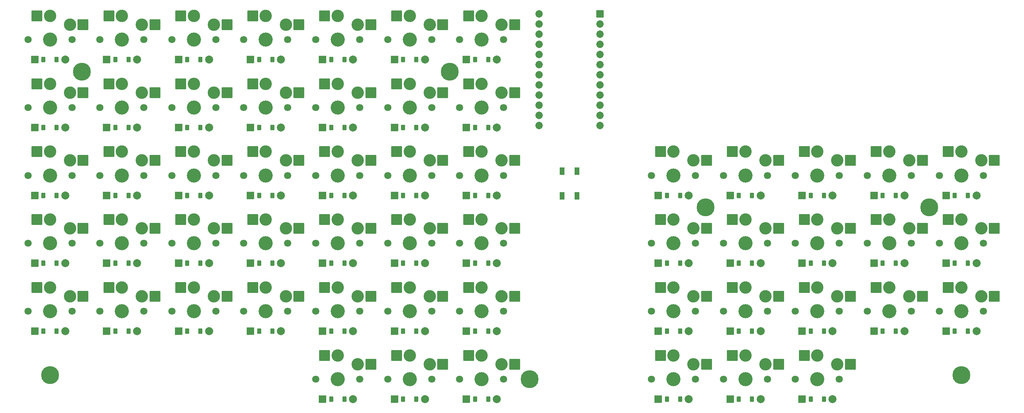
<source format=gbr>
%TF.GenerationSoftware,KiCad,Pcbnew,8.0.2*%
%TF.CreationDate,2024-06-03T01:18:47-04:00*%
%TF.ProjectId,unisplitchoc,756e6973-706c-4697-9463-686f632e6b69,v1.0.0*%
%TF.SameCoordinates,Original*%
%TF.FileFunction,Soldermask,Bot*%
%TF.FilePolarity,Negative*%
%FSLAX46Y46*%
G04 Gerber Fmt 4.6, Leading zero omitted, Abs format (unit mm)*
G04 Created by KiCad (PCBNEW 8.0.2) date 2024-06-03 01:18:47*
%MOMM*%
%LPD*%
G01*
G04 APERTURE LIST*
G04 Aperture macros list*
%AMRoundRect*
0 Rectangle with rounded corners*
0 $1 Rounding radius*
0 $2 $3 $4 $5 $6 $7 $8 $9 X,Y pos of 4 corners*
0 Add a 4 corners polygon primitive as box body*
4,1,4,$2,$3,$4,$5,$6,$7,$8,$9,$2,$3,0*
0 Add four circle primitives for the rounded corners*
1,1,$1+$1,$2,$3*
1,1,$1+$1,$4,$5*
1,1,$1+$1,$6,$7*
1,1,$1+$1,$8,$9*
0 Add four rect primitives between the rounded corners*
20,1,$1+$1,$2,$3,$4,$5,0*
20,1,$1+$1,$4,$5,$6,$7,0*
20,1,$1+$1,$6,$7,$8,$9,0*
20,1,$1+$1,$8,$9,$2,$3,0*%
G04 Aperture macros list end*
%ADD10C,1.801800*%
%ADD11C,3.100000*%
%ADD12C,3.529000*%
%ADD13RoundRect,0.050000X-1.300000X-1.300000X1.300000X-1.300000X1.300000X1.300000X-1.300000X1.300000X0*%
%ADD14RoundRect,0.050000X-0.889000X-0.889000X0.889000X-0.889000X0.889000X0.889000X-0.889000X0.889000X0*%
%ADD15RoundRect,0.050000X-0.450000X-0.600000X0.450000X-0.600000X0.450000X0.600000X-0.450000X0.600000X0*%
%ADD16C,2.005000*%
%ADD17C,0.800000*%
%ADD18C,4.500000*%
%ADD19RoundRect,0.050000X-0.876300X0.876300X-0.876300X-0.876300X0.876300X-0.876300X0.876300X0.876300X0*%
%ADD20C,1.852600*%
%ADD21RoundRect,0.050000X-0.550000X0.900000X-0.550000X-0.900000X0.550000X-0.900000X0.550000X0.900000X0*%
G04 APERTURE END LIST*
D10*
%TO.C,S45*%
X268500000Y-166000000D03*
D11*
X274000000Y-160050000D03*
D12*
X274000000Y-166000000D03*
D11*
X279000000Y-162250000D03*
D10*
X279500000Y-166000000D03*
D13*
X270725000Y-160050000D03*
X282275000Y-162250000D03*
%TD*%
D14*
%TO.C,D52*%
X306190000Y-171000000D03*
D15*
X308350000Y-171000000D03*
X311650000Y-171000000D03*
D16*
X313810000Y-171000000D03*
%TD*%
D14*
%TO.C,D8*%
X114190000Y-154000000D03*
D15*
X116350000Y-154000000D03*
X119650000Y-154000000D03*
D16*
X121810000Y-154000000D03*
%TD*%
D14*
%TO.C,D20*%
X150190000Y-120000000D03*
D15*
X152350000Y-120000000D03*
X155650000Y-120000000D03*
D16*
X157810000Y-120000000D03*
%TD*%
D14*
%TO.C,D36*%
X204190000Y-154000000D03*
D15*
X206350000Y-154000000D03*
X209650000Y-154000000D03*
D16*
X211810000Y-154000000D03*
%TD*%
D10*
%TO.C,S50*%
X286500000Y-149000000D03*
D11*
X292000000Y-143050000D03*
D12*
X292000000Y-149000000D03*
D11*
X297000000Y-145250000D03*
D10*
X297500000Y-149000000D03*
D13*
X288725000Y-143050000D03*
X300275000Y-145250000D03*
%TD*%
D10*
%TO.C,S20*%
X148500000Y-115000000D03*
D11*
X154000000Y-109050000D03*
D12*
X154000000Y-115000000D03*
D11*
X159000000Y-111250000D03*
D10*
X159500000Y-115000000D03*
D13*
X150725000Y-109050000D03*
X162275000Y-111250000D03*
%TD*%
D14*
%TO.C,D16*%
X150190000Y-188000000D03*
D15*
X152350000Y-188000000D03*
X155650000Y-188000000D03*
D16*
X157810000Y-188000000D03*
%TD*%
D10*
%TO.C,S3*%
X94500000Y-149000000D03*
D11*
X100000000Y-143050000D03*
D12*
X100000000Y-149000000D03*
D11*
X105000000Y-145250000D03*
D10*
X105500000Y-149000000D03*
D13*
X96725000Y-143050000D03*
X108275000Y-145250000D03*
%TD*%
D10*
%TO.C,S25*%
X166500000Y-132000000D03*
D11*
X172000000Y-126050000D03*
D12*
X172000000Y-132000000D03*
D11*
X177000000Y-128250000D03*
D10*
X177500000Y-132000000D03*
D13*
X168725000Y-126050000D03*
X180275000Y-128250000D03*
%TD*%
D14*
%TO.C,D27*%
X186190000Y-205000000D03*
D15*
X188350000Y-205000000D03*
X191650000Y-205000000D03*
D16*
X193810000Y-205000000D03*
%TD*%
D10*
%TO.C,S55*%
X322500000Y-166000000D03*
D11*
X328000000Y-160050000D03*
D12*
X328000000Y-166000000D03*
D11*
X333000000Y-162250000D03*
D10*
X333500000Y-166000000D03*
D13*
X324725000Y-160050000D03*
X336275000Y-162250000D03*
%TD*%
D10*
%TO.C,S42*%
X250500000Y-149000000D03*
D11*
X256000000Y-143050000D03*
D12*
X256000000Y-149000000D03*
D11*
X261000000Y-145250000D03*
D10*
X261500000Y-149000000D03*
D13*
X252725000Y-143050000D03*
X264275000Y-145250000D03*
%TD*%
D10*
%TO.C,S11*%
X130500000Y-183000000D03*
D11*
X136000000Y-177050000D03*
D12*
X136000000Y-183000000D03*
D11*
X141000000Y-179250000D03*
D10*
X141500000Y-183000000D03*
D13*
X132725000Y-177050000D03*
X144275000Y-179250000D03*
%TD*%
D14*
%TO.C,D49*%
X288190000Y-171000000D03*
D15*
X290350000Y-171000000D03*
X293650000Y-171000000D03*
D16*
X295810000Y-171000000D03*
%TD*%
D14*
%TO.C,D5*%
X96190000Y-120000000D03*
D15*
X98350000Y-120000000D03*
X101650000Y-120000000D03*
D16*
X103810000Y-120000000D03*
%TD*%
D14*
%TO.C,D21*%
X168190000Y-205000000D03*
D15*
X170350000Y-205000000D03*
X173650000Y-205000000D03*
D16*
X175810000Y-205000000D03*
%TD*%
D14*
%TO.C,D30*%
X186190000Y-154000000D03*
D15*
X188350000Y-154000000D03*
X191650000Y-154000000D03*
D16*
X193810000Y-154000000D03*
%TD*%
D14*
%TO.C,D45*%
X270190000Y-171000000D03*
D15*
X272350000Y-171000000D03*
X275650000Y-171000000D03*
D16*
X277810000Y-171000000D03*
%TD*%
D14*
%TO.C,D11*%
X132190000Y-188000000D03*
D15*
X134350000Y-188000000D03*
X137650000Y-188000000D03*
D16*
X139810000Y-188000000D03*
%TD*%
D14*
%TO.C,D18*%
X150190000Y-154000000D03*
D15*
X152350000Y-154000000D03*
X155650000Y-154000000D03*
D16*
X157810000Y-154000000D03*
%TD*%
D10*
%TO.C,S30*%
X184500000Y-149000000D03*
D11*
X190000000Y-143050000D03*
D12*
X190000000Y-149000000D03*
D11*
X195000000Y-145250000D03*
D10*
X195500000Y-149000000D03*
D13*
X186725000Y-143050000D03*
X198275000Y-145250000D03*
%TD*%
D10*
%TO.C,S39*%
X250500000Y-200000000D03*
D11*
X256000000Y-194050000D03*
D12*
X256000000Y-200000000D03*
D11*
X261000000Y-196250000D03*
D10*
X261500000Y-200000000D03*
D13*
X252725000Y-194050000D03*
X264275000Y-196250000D03*
%TD*%
D10*
%TO.C,S52*%
X304500000Y-166000000D03*
D11*
X310000000Y-160050000D03*
D12*
X310000000Y-166000000D03*
D11*
X315000000Y-162250000D03*
D10*
X315500000Y-166000000D03*
D13*
X306725000Y-160050000D03*
X318275000Y-162250000D03*
%TD*%
D14*
%TO.C,D14*%
X132190000Y-137000000D03*
D15*
X134350000Y-137000000D03*
X137650000Y-137000000D03*
D16*
X139810000Y-137000000D03*
%TD*%
D10*
%TO.C,S16*%
X148500000Y-183000000D03*
D11*
X154000000Y-177050000D03*
D12*
X154000000Y-183000000D03*
D11*
X159000000Y-179250000D03*
D10*
X159500000Y-183000000D03*
D13*
X150725000Y-177050000D03*
X162275000Y-179250000D03*
%TD*%
D14*
%TO.C,D17*%
X150190000Y-171000000D03*
D15*
X152350000Y-171000000D03*
X155650000Y-171000000D03*
D16*
X157810000Y-171000000D03*
%TD*%
D14*
%TO.C,D28*%
X186190000Y-188000000D03*
D15*
X188350000Y-188000000D03*
X191650000Y-188000000D03*
D16*
X193810000Y-188000000D03*
%TD*%
D14*
%TO.C,D19*%
X150190000Y-137000000D03*
D15*
X152350000Y-137000000D03*
X155650000Y-137000000D03*
D16*
X157810000Y-137000000D03*
%TD*%
D10*
%TO.C,S23*%
X166500000Y-166000000D03*
D11*
X172000000Y-160050000D03*
D12*
X172000000Y-166000000D03*
D11*
X177000000Y-162250000D03*
D10*
X177500000Y-166000000D03*
D13*
X168725000Y-160050000D03*
X180275000Y-162250000D03*
%TD*%
D14*
%TO.C,D54*%
X324190000Y-188000000D03*
D15*
X326350000Y-188000000D03*
X329650000Y-188000000D03*
D16*
X331810000Y-188000000D03*
%TD*%
D10*
%TO.C,S33*%
X202500000Y-200000000D03*
D11*
X208000000Y-194050000D03*
D12*
X208000000Y-200000000D03*
D11*
X213000000Y-196250000D03*
D10*
X213500000Y-200000000D03*
D13*
X204725000Y-194050000D03*
X216275000Y-196250000D03*
%TD*%
D14*
%TO.C,D39*%
X252190000Y-205000000D03*
D15*
X254350000Y-205000000D03*
X257650000Y-205000000D03*
D16*
X259810000Y-205000000D03*
%TD*%
D10*
%TO.C,S51*%
X304500000Y-183000000D03*
D11*
X310000000Y-177050000D03*
D12*
X310000000Y-183000000D03*
D11*
X315000000Y-179250000D03*
D10*
X315500000Y-183000000D03*
D13*
X306725000Y-177050000D03*
X318275000Y-179250000D03*
%TD*%
D10*
%TO.C,S18*%
X148500000Y-149000000D03*
D11*
X154000000Y-143050000D03*
D12*
X154000000Y-149000000D03*
D11*
X159000000Y-145250000D03*
D10*
X159500000Y-149000000D03*
D13*
X150725000Y-143050000D03*
X162275000Y-145250000D03*
%TD*%
D10*
%TO.C,S26*%
X166500000Y-115000000D03*
D11*
X172000000Y-109050000D03*
D12*
X172000000Y-115000000D03*
D11*
X177000000Y-111250000D03*
D10*
X177500000Y-115000000D03*
D13*
X168725000Y-109050000D03*
X180275000Y-111250000D03*
%TD*%
D10*
%TO.C,S7*%
X112500000Y-166000000D03*
D11*
X118000000Y-160050000D03*
D12*
X118000000Y-166000000D03*
D11*
X123000000Y-162250000D03*
D10*
X123500000Y-166000000D03*
D13*
X114725000Y-160050000D03*
X126275000Y-162250000D03*
%TD*%
D14*
%TO.C,D47*%
X288190000Y-205000000D03*
D15*
X290350000Y-205000000D03*
X293650000Y-205000000D03*
D16*
X295810000Y-205000000D03*
%TD*%
D10*
%TO.C,S10*%
X112500000Y-115000000D03*
D11*
X118000000Y-109050000D03*
D12*
X118000000Y-115000000D03*
D11*
X123000000Y-111250000D03*
D10*
X123500000Y-115000000D03*
D13*
X114725000Y-109050000D03*
X126275000Y-111250000D03*
%TD*%
D10*
%TO.C,S37*%
X202500000Y-132000000D03*
D11*
X208000000Y-126050000D03*
D12*
X208000000Y-132000000D03*
D11*
X213000000Y-128250000D03*
D10*
X213500000Y-132000000D03*
D13*
X204725000Y-126050000D03*
X216275000Y-128250000D03*
%TD*%
D14*
%TO.C,D26*%
X168190000Y-120000000D03*
D15*
X170350000Y-120000000D03*
X173650000Y-120000000D03*
D16*
X175810000Y-120000000D03*
%TD*%
D10*
%TO.C,S1*%
X94500000Y-183000000D03*
D11*
X100000000Y-177050000D03*
D12*
X100000000Y-183000000D03*
D11*
X105000000Y-179250000D03*
D10*
X105500000Y-183000000D03*
D13*
X96725000Y-177050000D03*
X108275000Y-179250000D03*
%TD*%
D17*
%TO.C,_2*%
X198350000Y-123000000D03*
X198833274Y-121833274D03*
X198833274Y-124166726D03*
X200000000Y-121350000D03*
D18*
X200000000Y-123000000D03*
D17*
X200000000Y-124650000D03*
X201166726Y-121833274D03*
X201166726Y-124166726D03*
X201650000Y-123000000D03*
%TD*%
D10*
%TO.C,S47*%
X286500000Y-200000000D03*
D11*
X292000000Y-194050000D03*
D12*
X292000000Y-200000000D03*
D11*
X297000000Y-196250000D03*
D10*
X297500000Y-200000000D03*
D13*
X288725000Y-194050000D03*
X300275000Y-196250000D03*
%TD*%
D10*
%TO.C,S4*%
X94500000Y-132000000D03*
D11*
X100000000Y-126050000D03*
D12*
X100000000Y-132000000D03*
D11*
X105000000Y-128250000D03*
D10*
X105500000Y-132000000D03*
D13*
X96725000Y-126050000D03*
X108275000Y-128250000D03*
%TD*%
D17*
%TO.C,_3*%
X262350000Y-157000000D03*
X262833274Y-155833274D03*
X262833274Y-158166726D03*
X264000000Y-155350000D03*
D18*
X264000000Y-157000000D03*
D17*
X264000000Y-158650000D03*
X265166726Y-155833274D03*
X265166726Y-158166726D03*
X265650000Y-157000000D03*
%TD*%
D14*
%TO.C,D38*%
X204190000Y-120000000D03*
D15*
X206350000Y-120000000D03*
X209650000Y-120000000D03*
D16*
X211810000Y-120000000D03*
%TD*%
D10*
%TO.C,S48*%
X286500000Y-183000000D03*
D11*
X292000000Y-177050000D03*
D12*
X292000000Y-183000000D03*
D11*
X297000000Y-179250000D03*
D10*
X297500000Y-183000000D03*
D13*
X288725000Y-177050000D03*
X300275000Y-179250000D03*
%TD*%
D14*
%TO.C,D24*%
X168190000Y-154000000D03*
D15*
X170350000Y-154000000D03*
X173650000Y-154000000D03*
D16*
X175810000Y-154000000D03*
%TD*%
D14*
%TO.C,D34*%
X204190000Y-188000000D03*
D15*
X206350000Y-188000000D03*
X209650000Y-188000000D03*
D16*
X211810000Y-188000000D03*
%TD*%
D14*
%TO.C,D51*%
X306190000Y-188000000D03*
D15*
X308350000Y-188000000D03*
X311650000Y-188000000D03*
D16*
X313810000Y-188000000D03*
%TD*%
D14*
%TO.C,D4*%
X96190000Y-137000000D03*
D15*
X98350000Y-137000000D03*
X101650000Y-137000000D03*
D16*
X103810000Y-137000000D03*
%TD*%
D10*
%TO.C,S29*%
X184500000Y-166000000D03*
D11*
X190000000Y-160050000D03*
D12*
X190000000Y-166000000D03*
D11*
X195000000Y-162250000D03*
D10*
X195500000Y-166000000D03*
D13*
X186725000Y-160050000D03*
X198275000Y-162250000D03*
%TD*%
D14*
%TO.C,D31*%
X186190000Y-137000000D03*
D15*
X188350000Y-137000000D03*
X191650000Y-137000000D03*
D16*
X193810000Y-137000000D03*
%TD*%
D14*
%TO.C,D15*%
X132190000Y-120000000D03*
D15*
X134350000Y-120000000D03*
X137650000Y-120000000D03*
D16*
X139810000Y-120000000D03*
%TD*%
D14*
%TO.C,D13*%
X132190000Y-154000000D03*
D15*
X134350000Y-154000000D03*
X137650000Y-154000000D03*
D16*
X139810000Y-154000000D03*
%TD*%
D14*
%TO.C,D50*%
X288190000Y-154000000D03*
D15*
X290350000Y-154000000D03*
X293650000Y-154000000D03*
D16*
X295810000Y-154000000D03*
%TD*%
D10*
%TO.C,S49*%
X286500000Y-166000000D03*
D11*
X292000000Y-160050000D03*
D12*
X292000000Y-166000000D03*
D11*
X297000000Y-162250000D03*
D10*
X297500000Y-166000000D03*
D13*
X288725000Y-160050000D03*
X300275000Y-162250000D03*
%TD*%
D14*
%TO.C,D33*%
X204190000Y-205000000D03*
D15*
X206350000Y-205000000D03*
X209650000Y-205000000D03*
D16*
X211810000Y-205000000D03*
%TD*%
D14*
%TO.C,D40*%
X252190000Y-188000000D03*
D15*
X254350000Y-188000000D03*
X257650000Y-188000000D03*
D16*
X259810000Y-188000000D03*
%TD*%
D10*
%TO.C,S5*%
X94500000Y-115000000D03*
D11*
X100000000Y-109050000D03*
D12*
X100000000Y-115000000D03*
D11*
X105000000Y-111250000D03*
D10*
X105500000Y-115000000D03*
D13*
X96725000Y-109050000D03*
X108275000Y-111250000D03*
%TD*%
D14*
%TO.C,D9*%
X114190000Y-137000000D03*
D15*
X116350000Y-137000000D03*
X119650000Y-137000000D03*
D16*
X121810000Y-137000000D03*
%TD*%
D17*
%TO.C,_4*%
X318350000Y-157000000D03*
X318833274Y-155833274D03*
X318833274Y-158166726D03*
X320000000Y-155350000D03*
D18*
X320000000Y-157000000D03*
D17*
X320000000Y-158650000D03*
X321166726Y-155833274D03*
X321166726Y-158166726D03*
X321650000Y-157000000D03*
%TD*%
D10*
%TO.C,S53*%
X304500000Y-149000000D03*
D11*
X310000000Y-143050000D03*
D12*
X310000000Y-149000000D03*
D11*
X315000000Y-145250000D03*
D10*
X315500000Y-149000000D03*
D13*
X306725000Y-143050000D03*
X318275000Y-145250000D03*
%TD*%
D14*
%TO.C,D43*%
X270190000Y-205000000D03*
D15*
X272350000Y-205000000D03*
X275650000Y-205000000D03*
D16*
X277810000Y-205000000D03*
%TD*%
D14*
%TO.C,D32*%
X186190000Y-120000000D03*
D15*
X188350000Y-120000000D03*
X191650000Y-120000000D03*
D16*
X193810000Y-120000000D03*
%TD*%
D14*
%TO.C,D44*%
X270190000Y-188000000D03*
D15*
X272350000Y-188000000D03*
X275650000Y-188000000D03*
D16*
X277810000Y-188000000D03*
%TD*%
D10*
%TO.C,S32*%
X184500000Y-115000000D03*
D11*
X190000000Y-109050000D03*
D12*
X190000000Y-115000000D03*
D11*
X195000000Y-111250000D03*
D10*
X195500000Y-115000000D03*
D13*
X186725000Y-109050000D03*
X198275000Y-111250000D03*
%TD*%
D10*
%TO.C,S56*%
X322500000Y-149000000D03*
D11*
X328000000Y-143050000D03*
D12*
X328000000Y-149000000D03*
D11*
X333000000Y-145250000D03*
D10*
X333500000Y-149000000D03*
D13*
X324725000Y-143050000D03*
X336275000Y-145250000D03*
%TD*%
D10*
%TO.C,S38*%
X202500000Y-115000000D03*
D11*
X208000000Y-109050000D03*
D12*
X208000000Y-115000000D03*
D11*
X213000000Y-111250000D03*
D10*
X213500000Y-115000000D03*
D13*
X204725000Y-109050000D03*
X216275000Y-111250000D03*
%TD*%
D10*
%TO.C,S46*%
X268500000Y-149000000D03*
D11*
X274000000Y-143050000D03*
D12*
X274000000Y-149000000D03*
D11*
X279000000Y-145250000D03*
D10*
X279500000Y-149000000D03*
D13*
X270725000Y-143050000D03*
X282275000Y-145250000D03*
%TD*%
D14*
%TO.C,D42*%
X252190000Y-154000000D03*
D15*
X254350000Y-154000000D03*
X257650000Y-154000000D03*
D16*
X259810000Y-154000000D03*
%TD*%
D14*
%TO.C,D7*%
X114190000Y-171000000D03*
D15*
X116350000Y-171000000D03*
X119650000Y-171000000D03*
D16*
X121810000Y-171000000D03*
%TD*%
D14*
%TO.C,D25*%
X168190000Y-137000000D03*
D15*
X170350000Y-137000000D03*
X173650000Y-137000000D03*
D16*
X175810000Y-137000000D03*
%TD*%
D14*
%TO.C,D3*%
X96190000Y-154000000D03*
D15*
X98350000Y-154000000D03*
X101650000Y-154000000D03*
D16*
X103810000Y-154000000D03*
%TD*%
D17*
%TO.C,_7*%
X326350000Y-199000000D03*
X326833274Y-197833274D03*
X326833274Y-200166726D03*
X328000000Y-197350000D03*
D18*
X328000000Y-199000000D03*
D17*
X328000000Y-200650000D03*
X329166726Y-197833274D03*
X329166726Y-200166726D03*
X329650000Y-199000000D03*
%TD*%
D10*
%TO.C,S22*%
X166500000Y-183000000D03*
D11*
X172000000Y-177050000D03*
D12*
X172000000Y-183000000D03*
D11*
X177000000Y-179250000D03*
D10*
X177500000Y-183000000D03*
D13*
X168725000Y-177050000D03*
X180275000Y-179250000D03*
%TD*%
D17*
%TO.C,_5*%
X98350000Y-199000000D03*
X98833274Y-197833274D03*
X98833274Y-200166726D03*
X100000000Y-197350000D03*
D18*
X100000000Y-199000000D03*
D17*
X100000000Y-200650000D03*
X101166726Y-197833274D03*
X101166726Y-200166726D03*
X101650000Y-199000000D03*
%TD*%
D10*
%TO.C,S43*%
X268500000Y-200000000D03*
D11*
X274000000Y-194050000D03*
D12*
X274000000Y-200000000D03*
D11*
X279000000Y-196250000D03*
D10*
X279500000Y-200000000D03*
D13*
X270725000Y-194050000D03*
X282275000Y-196250000D03*
%TD*%
D10*
%TO.C,S21*%
X166500000Y-200000000D03*
D11*
X172000000Y-194050000D03*
D12*
X172000000Y-200000000D03*
D11*
X177000000Y-196250000D03*
D10*
X177500000Y-200000000D03*
D13*
X168725000Y-194050000D03*
X180275000Y-196250000D03*
%TD*%
D10*
%TO.C,S15*%
X130500000Y-115000000D03*
D11*
X136000000Y-109050000D03*
D12*
X136000000Y-115000000D03*
D11*
X141000000Y-111250000D03*
D10*
X141500000Y-115000000D03*
D13*
X132725000Y-109050000D03*
X144275000Y-111250000D03*
%TD*%
D19*
%TO.C,MCU1*%
X237620000Y-108530000D03*
D20*
X237620000Y-111070000D03*
X237620000Y-113610000D03*
X237620000Y-116150000D03*
X237620000Y-118690000D03*
X237620000Y-121230000D03*
X237620000Y-123770000D03*
X237620000Y-126310000D03*
X237620000Y-128850000D03*
X237620000Y-131390000D03*
X237620000Y-133930000D03*
X237620000Y-136470000D03*
X222380000Y-108530000D03*
X222380000Y-111070000D03*
X222380000Y-113610000D03*
X222380000Y-116150000D03*
X222380000Y-118690000D03*
X222380000Y-121230000D03*
X222380000Y-123770000D03*
X222380000Y-126310000D03*
X222380000Y-128850000D03*
X222380000Y-131390000D03*
X222380000Y-133930000D03*
X222380000Y-136470000D03*
%TD*%
D14*
%TO.C,D23*%
X168190000Y-171000000D03*
D15*
X170350000Y-171000000D03*
X173650000Y-171000000D03*
D16*
X175810000Y-171000000D03*
%TD*%
D14*
%TO.C,D10*%
X114190000Y-120000000D03*
D15*
X116350000Y-120000000D03*
X119650000Y-120000000D03*
D16*
X121810000Y-120000000D03*
%TD*%
D14*
%TO.C,D2*%
X96190000Y-171000000D03*
D15*
X98350000Y-171000000D03*
X101650000Y-171000000D03*
D16*
X103810000Y-171000000D03*
%TD*%
D14*
%TO.C,D22*%
X168190000Y-188000000D03*
D15*
X170350000Y-188000000D03*
X173650000Y-188000000D03*
D16*
X175810000Y-188000000D03*
%TD*%
D10*
%TO.C,S31*%
X184500000Y-132000000D03*
D11*
X190000000Y-126050000D03*
D12*
X190000000Y-132000000D03*
D11*
X195000000Y-128250000D03*
D10*
X195500000Y-132000000D03*
D13*
X186725000Y-126050000D03*
X198275000Y-128250000D03*
%TD*%
D14*
%TO.C,D6*%
X114190000Y-188000000D03*
D15*
X116350000Y-188000000D03*
X119650000Y-188000000D03*
D16*
X121810000Y-188000000D03*
%TD*%
D10*
%TO.C,S40*%
X250500000Y-183000000D03*
D11*
X256000000Y-177050000D03*
D12*
X256000000Y-183000000D03*
D11*
X261000000Y-179250000D03*
D10*
X261500000Y-183000000D03*
D13*
X252725000Y-177050000D03*
X264275000Y-179250000D03*
%TD*%
D10*
%TO.C,S27*%
X184500000Y-200000000D03*
D11*
X190000000Y-194050000D03*
D12*
X190000000Y-200000000D03*
D11*
X195000000Y-196250000D03*
D10*
X195500000Y-200000000D03*
D13*
X186725000Y-194050000D03*
X198275000Y-196250000D03*
%TD*%
D10*
%TO.C,S14*%
X130500000Y-132000000D03*
D11*
X136000000Y-126050000D03*
D12*
X136000000Y-132000000D03*
D11*
X141000000Y-128250000D03*
D10*
X141500000Y-132000000D03*
D13*
X132725000Y-126050000D03*
X144275000Y-128250000D03*
%TD*%
D10*
%TO.C,S12*%
X130500000Y-166000000D03*
D11*
X136000000Y-160050000D03*
D12*
X136000000Y-166000000D03*
D11*
X141000000Y-162250000D03*
D10*
X141500000Y-166000000D03*
D13*
X132725000Y-160050000D03*
X144275000Y-162250000D03*
%TD*%
D10*
%TO.C,S44*%
X268500000Y-183000000D03*
D11*
X274000000Y-177050000D03*
D12*
X274000000Y-183000000D03*
D11*
X279000000Y-179250000D03*
D10*
X279500000Y-183000000D03*
D13*
X270725000Y-177050000D03*
X282275000Y-179250000D03*
%TD*%
D10*
%TO.C,S9*%
X112500000Y-132000000D03*
D11*
X118000000Y-126050000D03*
D12*
X118000000Y-132000000D03*
D11*
X123000000Y-128250000D03*
D10*
X123500000Y-132000000D03*
D13*
X114725000Y-126050000D03*
X126275000Y-128250000D03*
%TD*%
D14*
%TO.C,D29*%
X186190000Y-171000000D03*
D15*
X188350000Y-171000000D03*
X191650000Y-171000000D03*
D16*
X193810000Y-171000000D03*
%TD*%
D14*
%TO.C,D41*%
X252190000Y-171000000D03*
D15*
X254350000Y-171000000D03*
X257650000Y-171000000D03*
D16*
X259810000Y-171000000D03*
%TD*%
D10*
%TO.C,S24*%
X166500000Y-149000000D03*
D11*
X172000000Y-143050000D03*
D12*
X172000000Y-149000000D03*
D11*
X177000000Y-145250000D03*
D10*
X177500000Y-149000000D03*
D13*
X168725000Y-143050000D03*
X180275000Y-145250000D03*
%TD*%
D10*
%TO.C,S17*%
X148500000Y-166000000D03*
D11*
X154000000Y-160050000D03*
D12*
X154000000Y-166000000D03*
D11*
X159000000Y-162250000D03*
D10*
X159500000Y-166000000D03*
D13*
X150725000Y-160050000D03*
X162275000Y-162250000D03*
%TD*%
D10*
%TO.C,S36*%
X202500000Y-149000000D03*
D11*
X208000000Y-143050000D03*
D12*
X208000000Y-149000000D03*
D11*
X213000000Y-145250000D03*
D10*
X213500000Y-149000000D03*
D13*
X204725000Y-143050000D03*
X216275000Y-145250000D03*
%TD*%
D14*
%TO.C,D48*%
X288190000Y-188000000D03*
D15*
X290350000Y-188000000D03*
X293650000Y-188000000D03*
D16*
X295810000Y-188000000D03*
%TD*%
D10*
%TO.C,S13*%
X130500000Y-149000000D03*
D11*
X136000000Y-143050000D03*
D12*
X136000000Y-149000000D03*
D11*
X141000000Y-145250000D03*
D10*
X141500000Y-149000000D03*
D13*
X132725000Y-143050000D03*
X144275000Y-145250000D03*
%TD*%
D17*
%TO.C,_6*%
X218350000Y-200000000D03*
X218833274Y-198833274D03*
X218833274Y-201166726D03*
X220000000Y-198350000D03*
D18*
X220000000Y-200000000D03*
D17*
X220000000Y-201650000D03*
X221166726Y-198833274D03*
X221166726Y-201166726D03*
X221650000Y-200000000D03*
%TD*%
D10*
%TO.C,S34*%
X202500000Y-183000000D03*
D11*
X208000000Y-177050000D03*
D12*
X208000000Y-183000000D03*
D11*
X213000000Y-179250000D03*
D10*
X213500000Y-183000000D03*
D13*
X204725000Y-177050000D03*
X216275000Y-179250000D03*
%TD*%
D10*
%TO.C,S54*%
X322500000Y-183000000D03*
D11*
X328000000Y-177050000D03*
D12*
X328000000Y-183000000D03*
D11*
X333000000Y-179250000D03*
D10*
X333500000Y-183000000D03*
D13*
X324725000Y-177050000D03*
X336275000Y-179250000D03*
%TD*%
D14*
%TO.C,D1*%
X96190000Y-188000000D03*
D15*
X98350000Y-188000000D03*
X101650000Y-188000000D03*
D16*
X103810000Y-188000000D03*
%TD*%
D10*
%TO.C,S35*%
X202500000Y-166000000D03*
D11*
X208000000Y-160050000D03*
D12*
X208000000Y-166000000D03*
D11*
X213000000Y-162250000D03*
D10*
X213500000Y-166000000D03*
D13*
X204725000Y-160050000D03*
X216275000Y-162250000D03*
%TD*%
D10*
%TO.C,S6*%
X112500000Y-183000000D03*
D11*
X118000000Y-177050000D03*
D12*
X118000000Y-183000000D03*
D11*
X123000000Y-179250000D03*
D10*
X123500000Y-183000000D03*
D13*
X114725000Y-177050000D03*
X126275000Y-179250000D03*
%TD*%
D10*
%TO.C,S2*%
X94500000Y-166000000D03*
D11*
X100000000Y-160050000D03*
D12*
X100000000Y-166000000D03*
D11*
X105000000Y-162250000D03*
D10*
X105500000Y-166000000D03*
D13*
X96725000Y-160050000D03*
X108275000Y-162250000D03*
%TD*%
D17*
%TO.C,_1*%
X106350000Y-123000000D03*
X106833274Y-121833274D03*
X106833274Y-124166726D03*
X108000000Y-121350000D03*
D18*
X108000000Y-123000000D03*
D17*
X108000000Y-124650000D03*
X109166726Y-121833274D03*
X109166726Y-124166726D03*
X109650000Y-123000000D03*
%TD*%
D14*
%TO.C,D55*%
X324190000Y-171000000D03*
D15*
X326350000Y-171000000D03*
X329650000Y-171000000D03*
D16*
X331810000Y-171000000D03*
%TD*%
D14*
%TO.C,D46*%
X270190000Y-154000000D03*
D15*
X272350000Y-154000000D03*
X275650000Y-154000000D03*
D16*
X277810000Y-154000000D03*
%TD*%
D10*
%TO.C,S41*%
X250500000Y-166000000D03*
D11*
X256000000Y-160050000D03*
D12*
X256000000Y-166000000D03*
D11*
X261000000Y-162250000D03*
D10*
X261500000Y-166000000D03*
D13*
X252725000Y-160050000D03*
X264275000Y-162250000D03*
%TD*%
D14*
%TO.C,D53*%
X306190000Y-154000000D03*
D15*
X308350000Y-154000000D03*
X311650000Y-154000000D03*
D16*
X313810000Y-154000000D03*
%TD*%
D10*
%TO.C,S28*%
X184500000Y-183000000D03*
D11*
X190000000Y-177050000D03*
D12*
X190000000Y-183000000D03*
D11*
X195000000Y-179250000D03*
D10*
X195500000Y-183000000D03*
D13*
X186725000Y-177050000D03*
X198275000Y-179250000D03*
%TD*%
D10*
%TO.C,S19*%
X148500000Y-132000000D03*
D11*
X154000000Y-126050000D03*
D12*
X154000000Y-132000000D03*
D11*
X159000000Y-128250000D03*
D10*
X159500000Y-132000000D03*
D13*
X150725000Y-126050000D03*
X162275000Y-128250000D03*
%TD*%
D14*
%TO.C,D37*%
X204190000Y-137000000D03*
D15*
X206350000Y-137000000D03*
X209650000Y-137000000D03*
D16*
X211810000Y-137000000D03*
%TD*%
D10*
%TO.C,S8*%
X112500000Y-149000000D03*
D11*
X118000000Y-143050000D03*
D12*
X118000000Y-149000000D03*
D11*
X123000000Y-145250000D03*
D10*
X123500000Y-149000000D03*
D13*
X114725000Y-143050000D03*
X126275000Y-145250000D03*
%TD*%
D14*
%TO.C,D12*%
X132190000Y-171000000D03*
D15*
X134350000Y-171000000D03*
X137650000Y-171000000D03*
D16*
X139810000Y-171000000D03*
%TD*%
D14*
%TO.C,D35*%
X204190000Y-171000000D03*
D15*
X206350000Y-171000000D03*
X209650000Y-171000000D03*
D16*
X211810000Y-171000000D03*
%TD*%
D14*
%TO.C,D56*%
X324190000Y-154000000D03*
D15*
X326350000Y-154000000D03*
X329650000Y-154000000D03*
D16*
X331810000Y-154000000D03*
%TD*%
D21*
%TO.C,B1*%
X228150000Y-147900000D03*
X228150000Y-154100000D03*
X231850000Y-147900000D03*
X231850000Y-154100000D03*
%TD*%
M02*

</source>
